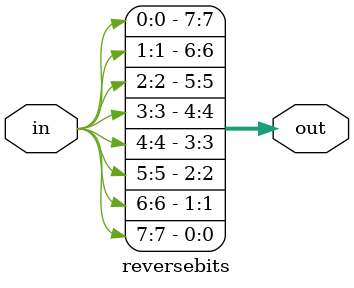
<source format=v>
module reversebits(in,out);
  input [7:0]in;
  output [7:0] out;
  
  assign {out[0],out[1],out[2],out[3],out[4],out[5],out[6],out[7]}=in;
endmodule

</source>
